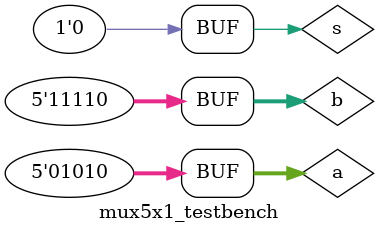
<source format=v>
`define DELAY 20
module mux5x1_testbench();
	reg [4:0]a,b;
	reg s;
	wire [4:0]out;
	mux5x1 my_mux(out,s,a,b);
	initial begin
	s = 1'b1; a = 32'b01010; b =32'b11110;//or
	#`DELAY;
	s = 1'b0; a = 32'b01010; b =32'b11110;//or
	#`DELAY;
	end
	initial begin
	$monitor("time=%2d,a=%5b,b=%5b,s=%1b,out=%5b"
	          ,$time,a,b,s,out);
	end
endmodule
</source>
